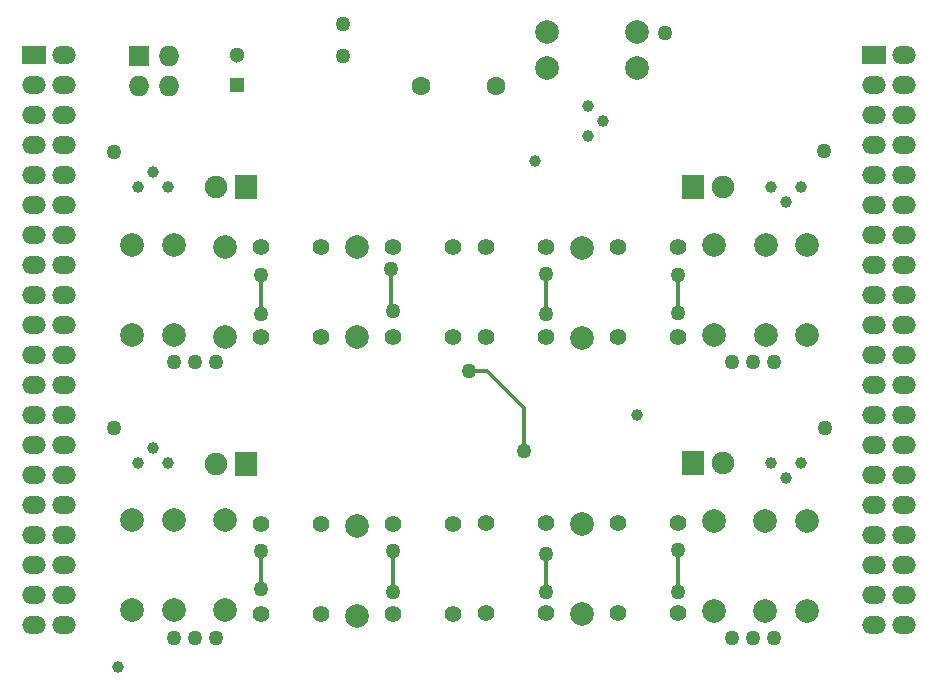
<source format=gbr>
G04 #@! TF.FileFunction,Copper,L1,Top,Signal*
%FSLAX46Y46*%
G04 Gerber Fmt 4.6, Leading zero omitted, Abs format (unit mm)*
G04 Created by KiCad (PCBNEW 4.0.2-4+6225~38~ubuntu14.04.1-stable) date mar 26 jul 2016 23:31:03 ART*
%MOMM*%
G01*
G04 APERTURE LIST*
%ADD10C,0.100000*%
%ADD11R,1.727200X1.727200*%
%ADD12O,1.727200X1.727200*%
%ADD13C,1.600200*%
%ADD14C,1.000000*%
%ADD15R,1.900000X2.000000*%
%ADD16C,1.900000*%
%ADD17C,1.000760*%
%ADD18C,1.998980*%
%ADD19C,1.397000*%
%ADD20R,2.000000X1.524000*%
%ADD21O,2.000000X1.524000*%
%ADD22R,1.300000X1.300000*%
%ADD23C,1.300000*%
%ADD24C,1.270000*%
%ADD25C,0.304800*%
G04 APERTURE END LIST*
D10*
D11*
X127007800Y-61542700D03*
D12*
X129547800Y-61542700D03*
X127007800Y-64082700D03*
X129547800Y-64082700D03*
D13*
X157178971Y-64124429D03*
X150828971Y-64124429D03*
D14*
X125222000Y-113284000D03*
X160500000Y-70500000D03*
X169164000Y-91948000D03*
D15*
X136017000Y-72644000D03*
D16*
X133477000Y-72644000D03*
D15*
X173863000Y-72644000D03*
D16*
X176403000Y-72644000D03*
D15*
X136017000Y-96139000D03*
D16*
X133477000Y-96139000D03*
D15*
X173863000Y-96012000D03*
D16*
X176403000Y-96012000D03*
D17*
X166243000Y-67056000D03*
X164973000Y-68326000D03*
X164973000Y-65786000D03*
X128143000Y-71374000D03*
X129413000Y-72644000D03*
X126873000Y-72644000D03*
X181737000Y-73914000D03*
X180467000Y-72644000D03*
X183007000Y-72644000D03*
X128143000Y-94742000D03*
X129413000Y-96012000D03*
X126873000Y-96012000D03*
X181737000Y-97282000D03*
X180467000Y-96012000D03*
X183007000Y-96012000D03*
D18*
X134239000Y-85344000D03*
X134239000Y-77724000D03*
X145415000Y-85344000D03*
X145415000Y-77724000D03*
X175641000Y-85217000D03*
X175641000Y-77597000D03*
X145415000Y-108966000D03*
X145415000Y-101346000D03*
X134239000Y-108458000D03*
X134239000Y-100838000D03*
X175641000Y-108585000D03*
X175641000Y-100965000D03*
X164465000Y-108839000D03*
X164465000Y-101219000D03*
X169164000Y-62611000D03*
X161544000Y-62611000D03*
X169164000Y-59563000D03*
X161544000Y-59563000D03*
X129921000Y-85217000D03*
X129921000Y-77597000D03*
X126365000Y-85217000D03*
X126365000Y-77597000D03*
X180086000Y-85217000D03*
X180086000Y-77597000D03*
X183515000Y-85217000D03*
X183515000Y-77597000D03*
X129921000Y-108458000D03*
X129921000Y-100838000D03*
X126365000Y-108458000D03*
X126365000Y-100838000D03*
X179959000Y-108585000D03*
X179959000Y-100965000D03*
X183515000Y-108585000D03*
X183515000Y-100965000D03*
D19*
X137287000Y-77724000D03*
X142367000Y-77724000D03*
X137287000Y-85344000D03*
X142367000Y-85344000D03*
X148463000Y-77724000D03*
X153543000Y-77724000D03*
X148463000Y-85344000D03*
X153543000Y-85344000D03*
X172593000Y-85344000D03*
X167513000Y-85344000D03*
X172593000Y-77724000D03*
X167513000Y-77724000D03*
X161417000Y-85344000D03*
X156337000Y-85344000D03*
X161417000Y-77724000D03*
X156337000Y-77724000D03*
X148463000Y-101219000D03*
X153543000Y-101219000D03*
X148463000Y-108839000D03*
X153543000Y-108839000D03*
X137287000Y-101219000D03*
X142367000Y-101219000D03*
X137287000Y-108839000D03*
X142367000Y-108839000D03*
X172593000Y-108712000D03*
X167513000Y-108712000D03*
X172593000Y-101092000D03*
X167513000Y-101092000D03*
X161417000Y-108712000D03*
X156337000Y-108712000D03*
X161417000Y-101092000D03*
X156337000Y-101092000D03*
D20*
X189230000Y-61468000D03*
D21*
X191770000Y-61468000D03*
X189230000Y-74168000D03*
X191770000Y-64008000D03*
X189230000Y-76708000D03*
X191770000Y-66548000D03*
X189230000Y-79248000D03*
X191770000Y-69088000D03*
X189230000Y-81788000D03*
X191770000Y-71628000D03*
X189230000Y-84328000D03*
X191770000Y-74168000D03*
X189230000Y-86868000D03*
X191770000Y-76708000D03*
X189230000Y-89408000D03*
X191770000Y-79248000D03*
X189230000Y-91948000D03*
X191770000Y-81788000D03*
X189230000Y-94488000D03*
X191770000Y-84328000D03*
X189230000Y-97028000D03*
X191770000Y-86868000D03*
X189230000Y-99568000D03*
X191770000Y-89408000D03*
X191770000Y-91948000D03*
X189230000Y-102108000D03*
X191770000Y-94488000D03*
X191770000Y-99568000D03*
X191770000Y-102108000D03*
X191770000Y-104648000D03*
X191770000Y-107188000D03*
X189230000Y-104648000D03*
X189230000Y-107188000D03*
X189230000Y-64008000D03*
X189230000Y-66548000D03*
X189230000Y-69088000D03*
X189230000Y-71628000D03*
X189230000Y-109728000D03*
X191770000Y-109728000D03*
X191770000Y-97028000D03*
D20*
X118110000Y-61468000D03*
D21*
X120650000Y-61468000D03*
X118110000Y-64008000D03*
X120650000Y-64008000D03*
X118110000Y-66548000D03*
X120650000Y-66548000D03*
X118110000Y-69088000D03*
X120650000Y-69088000D03*
X118110000Y-71628000D03*
X120650000Y-71628000D03*
X118110000Y-74168000D03*
X120650000Y-74168000D03*
X118110000Y-76708000D03*
X120650000Y-76708000D03*
X118110000Y-79248000D03*
X120650000Y-79248000D03*
X118110000Y-81788000D03*
X120650000Y-81788000D03*
X118110000Y-84328000D03*
X120650000Y-84328000D03*
X118110000Y-86868000D03*
X120650000Y-86868000D03*
X118110000Y-89408000D03*
X120650000Y-89408000D03*
X118110000Y-91948000D03*
X120650000Y-91948000D03*
X118110000Y-94488000D03*
X120650000Y-94488000D03*
X118110000Y-97028000D03*
X120650000Y-97028000D03*
X118110000Y-99568000D03*
X120650000Y-99568000D03*
X118110000Y-102108000D03*
X120650000Y-102108000D03*
X118110000Y-104648000D03*
X120650000Y-104648000D03*
X118110000Y-107188000D03*
X120650000Y-107188000D03*
X118110000Y-109728000D03*
X120650000Y-109728000D03*
D22*
X135255000Y-64008000D03*
D23*
X135255000Y-61508000D03*
D18*
X164465000Y-85471000D03*
X164465000Y-77851000D03*
D24*
X159596000Y-95058000D03*
X154947800Y-88212700D03*
X144279800Y-61542700D03*
X137287000Y-80137000D03*
X137287000Y-83439000D03*
X131706800Y-87450700D03*
X148336000Y-79629000D03*
X148463000Y-83185000D03*
X133484800Y-87450700D03*
X172593000Y-80137000D03*
X172593000Y-83312000D03*
X178950800Y-87450700D03*
X161417000Y-80010000D03*
X161417000Y-83439000D03*
X177172800Y-87450700D03*
X137287000Y-103505000D03*
X137287000Y-106680000D03*
X131706800Y-110818700D03*
X172593000Y-103378000D03*
X172593000Y-106934000D03*
X178950800Y-110818700D03*
X133484800Y-110818700D03*
X148463000Y-103505000D03*
X148463000Y-106934000D03*
X161417000Y-103759000D03*
X161417000Y-106934000D03*
X177172800Y-110818700D03*
X129928800Y-87450700D03*
X180728800Y-87450700D03*
X129928800Y-110818700D03*
X180728800Y-110818700D03*
X144279800Y-58875700D03*
X124848800Y-69670700D03*
X171521300Y-59637700D03*
X184983300Y-69607200D03*
X124848800Y-93038700D03*
X185046800Y-93038700D03*
D25*
X159596000Y-95058000D02*
X159596000Y-91397000D01*
X154940000Y-88265000D02*
X154947800Y-88212700D01*
X156464000Y-88265000D02*
X154940000Y-88265000D01*
X159596000Y-91397000D02*
X156464000Y-88265000D01*
X137287000Y-83439000D02*
X137287000Y-80137000D01*
X148336000Y-83058000D02*
X148336000Y-79629000D01*
X148463000Y-83185000D02*
X148336000Y-83058000D01*
X172593000Y-83312000D02*
X172593000Y-80137000D01*
X161417000Y-83439000D02*
X161417000Y-80010000D01*
X137287000Y-106680000D02*
X137287000Y-103505000D01*
X172593000Y-106934000D02*
X172593000Y-103378000D01*
X148463000Y-106934000D02*
X148463000Y-103505000D01*
X161417000Y-106934000D02*
X161417000Y-103759000D01*
M02*

</source>
